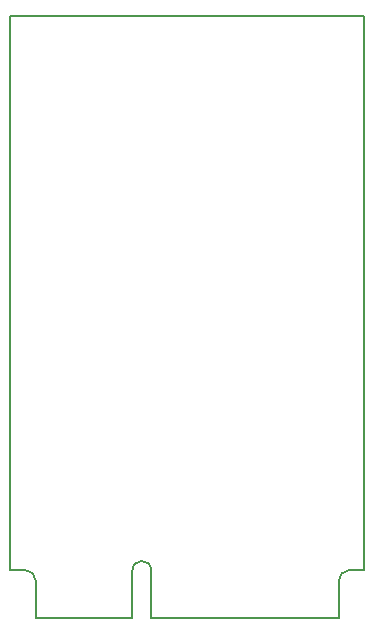
<source format=gko>
G04 Layer_Color=16711935*
%FSLAX25Y25*%
%MOIN*%
G70*
G01*
G75*
%ADD53C,0.00787*%
D53*
X47150Y-184852D02*
G03*
X40850Y-184852I-3150J0D01*
G01*
X112898D02*
G03*
X109748Y-188002I0J-3150D01*
G01*
X8567D02*
G03*
X5417Y-184852I-3150J0D01*
G01*
X8567Y-200600D02*
X40850D01*
Y-184852D01*
X47150Y-200600D02*
Y-184852D01*
Y-200600D02*
X109748D01*
Y-188002D01*
X112898Y-184852D02*
X118213D01*
X102Y-88D02*
X118213D01*
X102Y-184852D02*
Y-100D01*
Y-184852D02*
X5417D01*
X8567Y-200600D02*
Y-188002D01*
X118213Y-184852D02*
Y-100D01*
M02*

</source>
